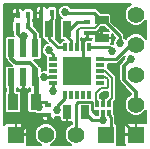
<source format=gtl>
G04 (created by PCBNEW (2013-may-18)-stable) date Wed 11 Feb 2015 08:06:24 PM EST*
%MOIN*%
G04 Gerber Fmt 3.4, Leading zero omitted, Abs format*
%FSLAX34Y34*%
G01*
G70*
G90*
G04 APERTURE LIST*
%ADD10C,0.00590551*%
%ADD11R,0.035X0.055*%
%ADD12R,0.045X0.025*%
%ADD13R,0.0236X0.0157*%
%ADD14R,0.0157X0.0236*%
%ADD15R,0.055X0.055*%
%ADD16C,0.055*%
%ADD17R,0.0275591X0.0551181*%
%ADD18R,0.011811X0.0275591*%
%ADD19R,0.0275591X0.011811*%
%ADD20R,0.0944882X0.0944882*%
%ADD21R,0.023622X0.0590551*%
%ADD22R,0.011811X0.019685*%
%ADD23R,0.025X0.045*%
%ADD24C,0.027*%
%ADD25C,0.009*%
%ADD26C,0.01*%
%ADD27C,0.012*%
%ADD28C,0.016*%
%ADD29C,0.008*%
%ADD30C,0.007*%
%ADD31C,0.006*%
G04 APERTURE END LIST*
G54D10*
G54D11*
X74414Y-63220D03*
X73664Y-63220D03*
G54D12*
X76614Y-60499D03*
X76614Y-61099D03*
G54D13*
X76125Y-60928D03*
X76125Y-60574D03*
G54D14*
X74610Y-60259D03*
X74964Y-60259D03*
X73815Y-60704D03*
X74169Y-60704D03*
X74169Y-60322D03*
X73815Y-60322D03*
G54D13*
X74842Y-63315D03*
X74842Y-63669D03*
G54D15*
X77759Y-64311D03*
G54D16*
X77759Y-63311D03*
X77759Y-62311D03*
X77759Y-61311D03*
X77759Y-60311D03*
G54D15*
X76759Y-64311D03*
G54D16*
X75759Y-64311D03*
G54D15*
X73759Y-64311D03*
G54D16*
X74759Y-64311D03*
G54D17*
X75464Y-60791D03*
X74874Y-60791D03*
G54D18*
X75397Y-61405D03*
X75594Y-61405D03*
X75988Y-61405D03*
X75791Y-61405D03*
X76185Y-61405D03*
X76185Y-62980D03*
X75791Y-62980D03*
X75988Y-62980D03*
X75594Y-62980D03*
X75397Y-62980D03*
G54D19*
X76578Y-61799D03*
X76578Y-61996D03*
X76578Y-62389D03*
X76578Y-62192D03*
X76578Y-62586D03*
X75003Y-62586D03*
X75003Y-62192D03*
X75003Y-62389D03*
X75003Y-61996D03*
X75003Y-61799D03*
G54D20*
X75791Y-62192D03*
G54D21*
X73610Y-61425D03*
X74003Y-61425D03*
X74397Y-61425D03*
X74397Y-62409D03*
X74003Y-62409D03*
X73610Y-62409D03*
G54D22*
X76866Y-63576D03*
X76669Y-63576D03*
X76472Y-63576D03*
X76472Y-63281D03*
X76669Y-63281D03*
X76866Y-63281D03*
G54D23*
X76063Y-63555D03*
X75463Y-63555D03*
G54D24*
X76976Y-61523D03*
X74519Y-63401D03*
X74858Y-61500D03*
X75086Y-63944D03*
X77267Y-63000D03*
X77023Y-62110D03*
X73547Y-60929D03*
X74039Y-62854D03*
X74602Y-61913D03*
X76673Y-63039D03*
X75838Y-62358D03*
X73610Y-60377D03*
X74472Y-60574D03*
X76665Y-63834D03*
X75133Y-63496D03*
X75007Y-62866D03*
X74712Y-62401D03*
X75409Y-60220D03*
X74039Y-61015D03*
X77224Y-61263D03*
X77606Y-61799D03*
G54D25*
X76578Y-61799D02*
X77086Y-61799D01*
X77574Y-61311D02*
X77759Y-61311D01*
X77086Y-61799D02*
X77574Y-61311D01*
X76858Y-61405D02*
X76976Y-61523D01*
X76185Y-61405D02*
X76858Y-61405D01*
X74414Y-63296D02*
X74414Y-63220D01*
X74519Y-63401D02*
X74414Y-63296D01*
G54D26*
X74414Y-63220D02*
X74747Y-63220D01*
X74747Y-63220D02*
X74842Y-63315D01*
G54D27*
X74397Y-62409D02*
X74397Y-62078D01*
X73610Y-61779D02*
X73610Y-61425D01*
X73748Y-61917D02*
X73610Y-61779D01*
X74236Y-61917D02*
X73748Y-61917D01*
X74397Y-62078D02*
X74236Y-61917D01*
G54D28*
X74414Y-63220D02*
X74414Y-62426D01*
X74414Y-62426D02*
X74397Y-62409D01*
G54D25*
X75003Y-61645D02*
X74858Y-61500D01*
X75003Y-61799D02*
X75003Y-61645D01*
X74842Y-63669D02*
X74842Y-63700D01*
X74842Y-63700D02*
X75086Y-63944D01*
X77759Y-64303D02*
X77267Y-63811D01*
X77267Y-63811D02*
X77267Y-63000D01*
X77759Y-64311D02*
X77759Y-64303D01*
X73610Y-60377D02*
X73610Y-60866D01*
X73610Y-60866D02*
X73547Y-60929D01*
X74039Y-62854D02*
X74039Y-63748D01*
X74003Y-62818D02*
X74039Y-62854D01*
X74003Y-62409D02*
X74003Y-62818D01*
X74039Y-63748D02*
X74003Y-63783D01*
G54D26*
X76669Y-63043D02*
X76673Y-63039D01*
X76669Y-63281D02*
X76669Y-63043D01*
X75791Y-62311D02*
X75791Y-62192D01*
X75838Y-62358D02*
X75791Y-62311D01*
G54D27*
X76125Y-60928D02*
X76443Y-60928D01*
X76443Y-60928D02*
X76614Y-61099D01*
X74610Y-60259D02*
X74610Y-60436D01*
X73665Y-60322D02*
X73610Y-60377D01*
X73665Y-60322D02*
X73815Y-60322D01*
X74610Y-60436D02*
X74472Y-60574D01*
X74842Y-63669D02*
X74118Y-63669D01*
X74118Y-63669D02*
X74003Y-63783D01*
G54D28*
X74003Y-63783D02*
X74003Y-64066D01*
X74003Y-64066D02*
X73759Y-64311D01*
G54D25*
X75988Y-61405D02*
X75988Y-61996D01*
X75988Y-61996D02*
X75791Y-62192D01*
X75988Y-61405D02*
X75988Y-61181D01*
X76125Y-61043D02*
X76125Y-60928D01*
X75988Y-61181D02*
X76125Y-61043D01*
G54D26*
X75464Y-60791D02*
X75578Y-60791D01*
X75795Y-60574D02*
X76125Y-60574D01*
X75578Y-60791D02*
X75795Y-60574D01*
X75594Y-61405D02*
X75594Y-61173D01*
X75464Y-61043D02*
X75464Y-60791D01*
X75594Y-61173D02*
X75464Y-61043D01*
X76866Y-63576D02*
X76866Y-63669D01*
X76917Y-64153D02*
X76759Y-64311D01*
X76917Y-63720D02*
X76917Y-64153D01*
X76866Y-63669D02*
X76917Y-63720D01*
G54D25*
X76063Y-63555D02*
X76063Y-63591D01*
X76307Y-63834D02*
X76665Y-63834D01*
X76063Y-63591D02*
X76307Y-63834D01*
X76669Y-63576D02*
X76669Y-63830D01*
X76669Y-63830D02*
X76665Y-63834D01*
X75397Y-62980D02*
X75397Y-63102D01*
X75133Y-63366D02*
X75133Y-63496D01*
X75397Y-63102D02*
X75133Y-63366D01*
X75003Y-62586D02*
X75003Y-62862D01*
X75003Y-62862D02*
X75007Y-62866D01*
X75003Y-62389D02*
X74724Y-62389D01*
X74724Y-62389D02*
X74712Y-62401D01*
G54D27*
X74169Y-60704D02*
X74169Y-60732D01*
X74397Y-60960D02*
X74397Y-61425D01*
X74169Y-60732D02*
X74397Y-60960D01*
G54D26*
X74169Y-60322D02*
X74169Y-60704D01*
G54D29*
X76866Y-63281D02*
X76866Y-63188D01*
X76741Y-62192D02*
X76578Y-62192D01*
X76962Y-62414D02*
X76741Y-62192D01*
X76962Y-63092D02*
X76962Y-62414D01*
X76866Y-63188D02*
X76962Y-63092D01*
G54D25*
X76472Y-63576D02*
X76399Y-63576D01*
X75759Y-63287D02*
X75759Y-64311D01*
X75822Y-63224D02*
X75759Y-63287D01*
X76283Y-63224D02*
X75822Y-63224D01*
X76307Y-63248D02*
X76283Y-63224D01*
X76307Y-63484D02*
X76307Y-63248D01*
X76399Y-63576D02*
X76307Y-63484D01*
G54D26*
X74874Y-60791D02*
X74874Y-61110D01*
X75169Y-61405D02*
X75397Y-61405D01*
X74874Y-61110D02*
X75169Y-61405D01*
X74874Y-60791D02*
X74874Y-60543D01*
X74964Y-60452D02*
X74964Y-60259D01*
X74874Y-60543D02*
X74964Y-60452D01*
G54D28*
X73664Y-63220D02*
X73664Y-62991D01*
X73610Y-62937D02*
X73610Y-62409D01*
X73664Y-62991D02*
X73610Y-62937D01*
G54D29*
X76472Y-63281D02*
X76472Y-63185D01*
X76740Y-62389D02*
X76578Y-62389D01*
X76822Y-62472D02*
X76740Y-62389D01*
X76822Y-62740D02*
X76822Y-62472D01*
X76799Y-62763D02*
X76822Y-62740D01*
X76606Y-62763D02*
X76799Y-62763D01*
X76433Y-62937D02*
X76606Y-62763D01*
X76433Y-63145D02*
X76433Y-62937D01*
X76472Y-63185D02*
X76433Y-63145D01*
G54D26*
X74003Y-61425D02*
X74003Y-61051D01*
X76359Y-60244D02*
X76614Y-60499D01*
X75433Y-60244D02*
X76359Y-60244D01*
X75409Y-60220D02*
X75433Y-60244D01*
X74003Y-61051D02*
X74039Y-61015D01*
G54D25*
X76614Y-60499D02*
X76688Y-60499D01*
X76688Y-60499D02*
X77224Y-61035D01*
X77224Y-61035D02*
X77224Y-61263D01*
G54D27*
X77606Y-61799D02*
X77598Y-61799D01*
X77598Y-61799D02*
X77362Y-62035D01*
X77362Y-62035D02*
X77362Y-62480D01*
X77362Y-62480D02*
X77759Y-62877D01*
X77759Y-62877D02*
X77759Y-63311D01*
G54D25*
X75791Y-61405D02*
X75791Y-60850D01*
G54D30*
X75791Y-60850D02*
X75889Y-60751D01*
X75889Y-60751D02*
X76393Y-60751D01*
X76393Y-60751D02*
X76614Y-60531D01*
X76614Y-60531D02*
X76614Y-60499D01*
G54D27*
X74003Y-61425D02*
X74003Y-61137D01*
X73815Y-60948D02*
X73815Y-60704D01*
X74003Y-61137D02*
X73815Y-60948D01*
G54D10*
G36*
X75809Y-62202D02*
X75801Y-62202D01*
X75801Y-62210D01*
X75781Y-62210D01*
X75781Y-62202D01*
X75773Y-62202D01*
X75773Y-62182D01*
X75781Y-62182D01*
X75781Y-62175D01*
X75801Y-62175D01*
X75801Y-62182D01*
X75809Y-62182D01*
X75809Y-62202D01*
X75809Y-62202D01*
G37*
G54D31*
X75809Y-62202D02*
X75801Y-62202D01*
X75801Y-62210D01*
X75781Y-62210D01*
X75781Y-62202D01*
X75773Y-62202D01*
X75773Y-62182D01*
X75781Y-62182D01*
X75781Y-62175D01*
X75801Y-62175D01*
X75801Y-62182D01*
X75809Y-62182D01*
X75809Y-62202D01*
G54D10*
G36*
X76306Y-61109D02*
X76279Y-61136D01*
X76279Y-61174D01*
X76264Y-61167D01*
X76224Y-61167D01*
X76106Y-61167D01*
X76099Y-61170D01*
X76069Y-61157D01*
X76025Y-61157D01*
X75998Y-61185D01*
X75998Y-61395D01*
X76006Y-61395D01*
X76006Y-61415D01*
X75998Y-61415D01*
X75998Y-61423D01*
X75978Y-61423D01*
X75978Y-61415D01*
X75970Y-61415D01*
X75970Y-61395D01*
X75978Y-61395D01*
X75978Y-61185D01*
X75950Y-61157D01*
X75936Y-61157D01*
X75936Y-61091D01*
X75945Y-61100D01*
X75986Y-61117D01*
X76029Y-61117D01*
X76088Y-61117D01*
X76115Y-61089D01*
X76115Y-60938D01*
X76108Y-60938D01*
X76108Y-60918D01*
X76115Y-60918D01*
X76115Y-60911D01*
X76135Y-60911D01*
X76135Y-60918D01*
X76143Y-60918D01*
X76143Y-60938D01*
X76135Y-60938D01*
X76135Y-61089D01*
X76163Y-61117D01*
X76222Y-61117D01*
X76265Y-61117D01*
X76285Y-61109D01*
X76306Y-61109D01*
X76306Y-61109D01*
G37*
G54D31*
X76306Y-61109D02*
X76279Y-61136D01*
X76279Y-61174D01*
X76264Y-61167D01*
X76224Y-61167D01*
X76106Y-61167D01*
X76099Y-61170D01*
X76069Y-61157D01*
X76025Y-61157D01*
X75998Y-61185D01*
X75998Y-61395D01*
X76006Y-61395D01*
X76006Y-61415D01*
X75998Y-61415D01*
X75998Y-61423D01*
X75978Y-61423D01*
X75978Y-61415D01*
X75970Y-61415D01*
X75970Y-61395D01*
X75978Y-61395D01*
X75978Y-61185D01*
X75950Y-61157D01*
X75936Y-61157D01*
X75936Y-61091D01*
X75945Y-61100D01*
X75986Y-61117D01*
X76029Y-61117D01*
X76088Y-61117D01*
X76115Y-61089D01*
X76115Y-60938D01*
X76108Y-60938D01*
X76108Y-60918D01*
X76115Y-60918D01*
X76115Y-60911D01*
X76135Y-60911D01*
X76135Y-60918D01*
X76143Y-60918D01*
X76143Y-60938D01*
X76135Y-60938D01*
X76135Y-61089D01*
X76163Y-61117D01*
X76222Y-61117D01*
X76265Y-61117D01*
X76285Y-61109D01*
X76306Y-61109D01*
G54D10*
G36*
X76822Y-63034D02*
X76774Y-63082D01*
X76750Y-63073D01*
X76706Y-63073D01*
X76706Y-63073D01*
X76679Y-63100D01*
X76679Y-63271D01*
X76687Y-63271D01*
X76687Y-63291D01*
X76679Y-63291D01*
X76679Y-63299D01*
X76659Y-63299D01*
X76659Y-63291D01*
X76651Y-63291D01*
X76651Y-63271D01*
X76659Y-63271D01*
X76659Y-63100D01*
X76631Y-63073D01*
X76632Y-63073D01*
X76588Y-63073D01*
X76573Y-63079D01*
X76573Y-62994D01*
X76664Y-62903D01*
X76799Y-62903D01*
X76822Y-62899D01*
X76822Y-63034D01*
X76822Y-63034D01*
G37*
G54D31*
X76822Y-63034D02*
X76774Y-63082D01*
X76750Y-63073D01*
X76706Y-63073D01*
X76706Y-63073D01*
X76679Y-63100D01*
X76679Y-63271D01*
X76687Y-63271D01*
X76687Y-63291D01*
X76679Y-63291D01*
X76679Y-63299D01*
X76659Y-63299D01*
X76659Y-63291D01*
X76651Y-63291D01*
X76651Y-63271D01*
X76659Y-63271D01*
X76659Y-63100D01*
X76631Y-63073D01*
X76632Y-63073D01*
X76588Y-63073D01*
X76573Y-63079D01*
X76573Y-62994D01*
X76664Y-62903D01*
X76799Y-62903D01*
X76822Y-62899D01*
X76822Y-63034D01*
G54D10*
G36*
X77069Y-61085D02*
X77025Y-61130D01*
X76989Y-61216D01*
X76989Y-61288D01*
X76939Y-61288D01*
X76939Y-61288D01*
X76933Y-61284D01*
X76949Y-61245D01*
X76949Y-61136D01*
X76921Y-61109D01*
X76624Y-61109D01*
X76624Y-61117D01*
X76604Y-61117D01*
X76604Y-61109D01*
X76596Y-61109D01*
X76596Y-61089D01*
X76604Y-61089D01*
X76604Y-60891D01*
X76576Y-60864D01*
X76464Y-60864D01*
X76489Y-60847D01*
X76612Y-60724D01*
X76708Y-60724D01*
X76848Y-60864D01*
X76817Y-60864D01*
X76651Y-60864D01*
X76624Y-60891D01*
X76624Y-61089D01*
X76921Y-61089D01*
X76949Y-61061D01*
X76949Y-60965D01*
X77069Y-61085D01*
X77069Y-61085D01*
G37*
G54D31*
X77069Y-61085D02*
X77025Y-61130D01*
X76989Y-61216D01*
X76989Y-61288D01*
X76939Y-61288D01*
X76939Y-61288D01*
X76933Y-61284D01*
X76949Y-61245D01*
X76949Y-61136D01*
X76921Y-61109D01*
X76624Y-61109D01*
X76624Y-61117D01*
X76604Y-61117D01*
X76604Y-61109D01*
X76596Y-61109D01*
X76596Y-61089D01*
X76604Y-61089D01*
X76604Y-60891D01*
X76576Y-60864D01*
X76464Y-60864D01*
X76489Y-60847D01*
X76612Y-60724D01*
X76708Y-60724D01*
X76848Y-60864D01*
X76817Y-60864D01*
X76651Y-60864D01*
X76624Y-60891D01*
X76624Y-61089D01*
X76921Y-61089D01*
X76949Y-61061D01*
X76949Y-60965D01*
X77069Y-61085D01*
G54D10*
G36*
X78089Y-61125D02*
X78077Y-61098D01*
X77972Y-60993D01*
X77834Y-60936D01*
X77685Y-60935D01*
X77547Y-60992D01*
X77442Y-61098D01*
X77426Y-61136D01*
X77423Y-61130D01*
X77369Y-61076D01*
X77369Y-61035D01*
X77369Y-61035D01*
X77358Y-60979D01*
X77358Y-60979D01*
X77347Y-60964D01*
X77326Y-60932D01*
X77326Y-60932D01*
X76939Y-60545D01*
X76939Y-60354D01*
X76923Y-60317D01*
X76895Y-60289D01*
X76859Y-60274D01*
X76819Y-60274D01*
X76601Y-60274D01*
X76465Y-60138D01*
X76416Y-60105D01*
X76359Y-60094D01*
X75611Y-60094D01*
X75608Y-60087D01*
X75542Y-60021D01*
X75456Y-59985D01*
X75362Y-59985D01*
X75276Y-60021D01*
X75210Y-60087D01*
X75174Y-60173D01*
X75174Y-60267D01*
X75210Y-60353D01*
X75276Y-60419D01*
X75286Y-60424D01*
X75270Y-60430D01*
X75242Y-60459D01*
X75226Y-60495D01*
X75226Y-60535D01*
X75226Y-61086D01*
X75241Y-61123D01*
X75270Y-61151D01*
X75306Y-61166D01*
X75346Y-61166D01*
X75376Y-61166D01*
X75376Y-61167D01*
X75318Y-61167D01*
X75282Y-61182D01*
X75253Y-61210D01*
X75238Y-61247D01*
X75238Y-61255D01*
X75231Y-61255D01*
X75097Y-61121D01*
X75111Y-61086D01*
X75111Y-61047D01*
X75111Y-60495D01*
X75107Y-60486D01*
X75114Y-60452D01*
X75114Y-60447D01*
X75127Y-60434D01*
X75142Y-60397D01*
X75142Y-60358D01*
X75142Y-60122D01*
X75127Y-60085D01*
X75099Y-60057D01*
X75062Y-60041D01*
X75023Y-60041D01*
X74866Y-60041D01*
X74829Y-60057D01*
X74801Y-60085D01*
X74792Y-60105D01*
X74782Y-60079D01*
X74751Y-60048D01*
X74710Y-60031D01*
X74647Y-60031D01*
X74620Y-60059D01*
X74620Y-60249D01*
X74628Y-60249D01*
X74628Y-60269D01*
X74620Y-60269D01*
X74620Y-60460D01*
X74641Y-60481D01*
X74636Y-60495D01*
X74636Y-60535D01*
X74636Y-61086D01*
X74651Y-61123D01*
X74679Y-61151D01*
X74716Y-61166D01*
X74735Y-61166D01*
X74735Y-61166D01*
X74735Y-61167D01*
X74767Y-61216D01*
X74816Y-61264D01*
X74811Y-61264D01*
X74725Y-61300D01*
X74659Y-61366D01*
X74623Y-61453D01*
X74623Y-61546D01*
X74658Y-61632D01*
X74724Y-61699D01*
X74767Y-61716D01*
X74766Y-61720D01*
X74766Y-61759D01*
X74766Y-61878D01*
X74774Y-61897D01*
X74766Y-61917D01*
X74766Y-61956D01*
X74766Y-62074D01*
X74774Y-62094D01*
X74766Y-62113D01*
X74766Y-62153D01*
X74766Y-62169D01*
X74759Y-62166D01*
X74666Y-62166D01*
X74615Y-62187D01*
X74615Y-62094D01*
X74600Y-62057D01*
X74572Y-62029D01*
X74545Y-62018D01*
X74545Y-62017D01*
X74510Y-61965D01*
X74510Y-61965D01*
X74365Y-61820D01*
X74535Y-61820D01*
X74572Y-61805D01*
X74600Y-61777D01*
X74615Y-61740D01*
X74615Y-61700D01*
X74615Y-61110D01*
X74600Y-61073D01*
X74600Y-61073D01*
X74600Y-60460D01*
X74600Y-60269D01*
X74600Y-60249D01*
X74600Y-60059D01*
X74572Y-60031D01*
X74510Y-60031D01*
X74469Y-60048D01*
X74438Y-60079D01*
X74421Y-60119D01*
X74421Y-60163D01*
X74421Y-60222D01*
X74449Y-60249D01*
X74600Y-60249D01*
X74600Y-60269D01*
X74449Y-60269D01*
X74421Y-60297D01*
X74421Y-60356D01*
X74421Y-60399D01*
X74438Y-60440D01*
X74469Y-60471D01*
X74510Y-60487D01*
X74572Y-60487D01*
X74600Y-60460D01*
X74600Y-61073D01*
X74572Y-61045D01*
X74557Y-61039D01*
X74557Y-60960D01*
X74557Y-60960D01*
X74545Y-60899D01*
X74510Y-60847D01*
X74510Y-60847D01*
X74347Y-60684D01*
X74347Y-60566D01*
X74332Y-60530D01*
X74319Y-60516D01*
X74319Y-60510D01*
X74332Y-60497D01*
X74347Y-60460D01*
X74347Y-60421D01*
X74347Y-60185D01*
X74332Y-60148D01*
X74304Y-60120D01*
X74267Y-60104D01*
X74227Y-60104D01*
X74070Y-60104D01*
X74034Y-60120D01*
X74005Y-60148D01*
X73997Y-60168D01*
X73986Y-60142D01*
X73955Y-60111D01*
X73915Y-60094D01*
X73852Y-60094D01*
X73825Y-60122D01*
X73825Y-60312D01*
X73833Y-60312D01*
X73833Y-60332D01*
X73825Y-60332D01*
X73825Y-60340D01*
X73805Y-60340D01*
X73805Y-60332D01*
X73805Y-60312D01*
X73805Y-60122D01*
X73777Y-60094D01*
X73714Y-60094D01*
X73674Y-60111D01*
X73643Y-60142D01*
X73626Y-60182D01*
X73626Y-60226D01*
X73626Y-60285D01*
X73654Y-60312D01*
X73805Y-60312D01*
X73805Y-60332D01*
X73654Y-60332D01*
X73626Y-60360D01*
X73626Y-60419D01*
X73626Y-60462D01*
X73643Y-60503D01*
X73661Y-60520D01*
X73651Y-60530D01*
X73636Y-60566D01*
X73636Y-60606D01*
X73636Y-60842D01*
X73651Y-60879D01*
X73655Y-60882D01*
X73655Y-60948D01*
X73667Y-61010D01*
X73680Y-61029D01*
X73472Y-61029D01*
X73435Y-61045D01*
X73407Y-61073D01*
X73392Y-61109D01*
X73392Y-61149D01*
X73392Y-61740D01*
X73407Y-61777D01*
X73435Y-61805D01*
X73457Y-61814D01*
X73462Y-61840D01*
X73497Y-61892D01*
X73618Y-62014D01*
X73472Y-62014D01*
X73435Y-62029D01*
X73407Y-62057D01*
X73392Y-62094D01*
X73392Y-62133D01*
X73392Y-62724D01*
X73407Y-62761D01*
X73430Y-62784D01*
X73430Y-62863D01*
X73404Y-62888D01*
X73389Y-62925D01*
X73389Y-62965D01*
X73389Y-63515D01*
X73404Y-63552D01*
X73432Y-63580D01*
X73469Y-63595D01*
X73509Y-63595D01*
X73859Y-63595D01*
X73895Y-63580D01*
X73924Y-63552D01*
X73939Y-63515D01*
X73939Y-63475D01*
X73939Y-62925D01*
X73924Y-62888D01*
X73896Y-62860D01*
X73859Y-62845D01*
X73819Y-62845D01*
X73790Y-62845D01*
X73790Y-62784D01*
X73800Y-62774D01*
X73823Y-62798D01*
X73864Y-62814D01*
X73966Y-62814D01*
X73993Y-62787D01*
X73993Y-62419D01*
X73986Y-62419D01*
X73986Y-62399D01*
X73993Y-62399D01*
X73993Y-62391D01*
X74013Y-62391D01*
X74013Y-62399D01*
X74021Y-62399D01*
X74021Y-62419D01*
X74013Y-62419D01*
X74013Y-62787D01*
X74041Y-62814D01*
X74143Y-62814D01*
X74184Y-62798D01*
X74207Y-62774D01*
X74222Y-62789D01*
X74234Y-62794D01*
X74234Y-62845D01*
X74219Y-62845D01*
X74182Y-62860D01*
X74154Y-62888D01*
X74139Y-62925D01*
X74139Y-62965D01*
X74139Y-63515D01*
X74154Y-63552D01*
X74182Y-63580D01*
X74219Y-63595D01*
X74259Y-63595D01*
X74381Y-63595D01*
X74386Y-63600D01*
X74472Y-63636D01*
X74566Y-63636D01*
X74614Y-63616D01*
X74614Y-63631D01*
X74642Y-63659D01*
X74832Y-63659D01*
X74832Y-63651D01*
X74852Y-63651D01*
X74852Y-63659D01*
X74860Y-63659D01*
X74860Y-63679D01*
X74852Y-63679D01*
X74852Y-63830D01*
X74880Y-63857D01*
X74938Y-63857D01*
X74982Y-63857D01*
X75022Y-63840D01*
X75053Y-63809D01*
X75070Y-63769D01*
X75070Y-63724D01*
X75086Y-63731D01*
X75180Y-63731D01*
X75228Y-63711D01*
X75228Y-63758D01*
X75228Y-63802D01*
X75245Y-63842D01*
X75276Y-63873D01*
X75316Y-63890D01*
X75426Y-63890D01*
X75453Y-63862D01*
X75453Y-63565D01*
X75445Y-63565D01*
X75445Y-63545D01*
X75453Y-63545D01*
X75453Y-63537D01*
X75473Y-63537D01*
X75473Y-63545D01*
X75481Y-63545D01*
X75481Y-63565D01*
X75473Y-63565D01*
X75473Y-63862D01*
X75501Y-63890D01*
X75610Y-63890D01*
X75614Y-63888D01*
X75614Y-63965D01*
X75547Y-63992D01*
X75442Y-64098D01*
X75384Y-64236D01*
X75384Y-64385D01*
X75441Y-64523D01*
X75547Y-64628D01*
X75584Y-64644D01*
X74935Y-64644D01*
X74971Y-64629D01*
X75077Y-64523D01*
X75134Y-64385D01*
X75134Y-64236D01*
X75077Y-64098D01*
X74972Y-63993D01*
X74834Y-63936D01*
X74832Y-63936D01*
X74832Y-63830D01*
X74832Y-63679D01*
X74642Y-63679D01*
X74614Y-63706D01*
X74614Y-63769D01*
X74631Y-63809D01*
X74662Y-63840D01*
X74702Y-63857D01*
X74746Y-63857D01*
X74805Y-63857D01*
X74832Y-63830D01*
X74832Y-63936D01*
X74685Y-63935D01*
X74547Y-63992D01*
X74442Y-64098D01*
X74384Y-64236D01*
X74384Y-64385D01*
X74441Y-64523D01*
X74547Y-64628D01*
X74584Y-64644D01*
X74129Y-64644D01*
X74144Y-64608D01*
X74144Y-64564D01*
X74144Y-64057D01*
X74144Y-64014D01*
X74128Y-63973D01*
X74097Y-63942D01*
X74056Y-63926D01*
X73797Y-63926D01*
X73769Y-63953D01*
X73769Y-64301D01*
X74117Y-64301D01*
X74144Y-64273D01*
X74144Y-64057D01*
X74144Y-64564D01*
X74144Y-64348D01*
X74117Y-64321D01*
X73769Y-64321D01*
X73769Y-64328D01*
X73749Y-64328D01*
X73749Y-64321D01*
X73741Y-64321D01*
X73741Y-64301D01*
X73749Y-64301D01*
X73749Y-63953D01*
X73722Y-63926D01*
X73463Y-63926D01*
X73422Y-63942D01*
X73391Y-63973D01*
X73379Y-64002D01*
X73379Y-59970D01*
X77603Y-59970D01*
X77547Y-59992D01*
X77442Y-60098D01*
X77384Y-60236D01*
X77384Y-60385D01*
X77441Y-60523D01*
X77547Y-60628D01*
X77684Y-60685D01*
X77834Y-60686D01*
X77971Y-60629D01*
X78077Y-60523D01*
X78089Y-60496D01*
X78089Y-61125D01*
X78089Y-61125D01*
G37*
G54D31*
X78089Y-61125D02*
X78077Y-61098D01*
X77972Y-60993D01*
X77834Y-60936D01*
X77685Y-60935D01*
X77547Y-60992D01*
X77442Y-61098D01*
X77426Y-61136D01*
X77423Y-61130D01*
X77369Y-61076D01*
X77369Y-61035D01*
X77369Y-61035D01*
X77358Y-60979D01*
X77358Y-60979D01*
X77347Y-60964D01*
X77326Y-60932D01*
X77326Y-60932D01*
X76939Y-60545D01*
X76939Y-60354D01*
X76923Y-60317D01*
X76895Y-60289D01*
X76859Y-60274D01*
X76819Y-60274D01*
X76601Y-60274D01*
X76465Y-60138D01*
X76416Y-60105D01*
X76359Y-60094D01*
X75611Y-60094D01*
X75608Y-60087D01*
X75542Y-60021D01*
X75456Y-59985D01*
X75362Y-59985D01*
X75276Y-60021D01*
X75210Y-60087D01*
X75174Y-60173D01*
X75174Y-60267D01*
X75210Y-60353D01*
X75276Y-60419D01*
X75286Y-60424D01*
X75270Y-60430D01*
X75242Y-60459D01*
X75226Y-60495D01*
X75226Y-60535D01*
X75226Y-61086D01*
X75241Y-61123D01*
X75270Y-61151D01*
X75306Y-61166D01*
X75346Y-61166D01*
X75376Y-61166D01*
X75376Y-61167D01*
X75318Y-61167D01*
X75282Y-61182D01*
X75253Y-61210D01*
X75238Y-61247D01*
X75238Y-61255D01*
X75231Y-61255D01*
X75097Y-61121D01*
X75111Y-61086D01*
X75111Y-61047D01*
X75111Y-60495D01*
X75107Y-60486D01*
X75114Y-60452D01*
X75114Y-60447D01*
X75127Y-60434D01*
X75142Y-60397D01*
X75142Y-60358D01*
X75142Y-60122D01*
X75127Y-60085D01*
X75099Y-60057D01*
X75062Y-60041D01*
X75023Y-60041D01*
X74866Y-60041D01*
X74829Y-60057D01*
X74801Y-60085D01*
X74792Y-60105D01*
X74782Y-60079D01*
X74751Y-60048D01*
X74710Y-60031D01*
X74647Y-60031D01*
X74620Y-60059D01*
X74620Y-60249D01*
X74628Y-60249D01*
X74628Y-60269D01*
X74620Y-60269D01*
X74620Y-60460D01*
X74641Y-60481D01*
X74636Y-60495D01*
X74636Y-60535D01*
X74636Y-61086D01*
X74651Y-61123D01*
X74679Y-61151D01*
X74716Y-61166D01*
X74735Y-61166D01*
X74735Y-61166D01*
X74735Y-61167D01*
X74767Y-61216D01*
X74816Y-61264D01*
X74811Y-61264D01*
X74725Y-61300D01*
X74659Y-61366D01*
X74623Y-61453D01*
X74623Y-61546D01*
X74658Y-61632D01*
X74724Y-61699D01*
X74767Y-61716D01*
X74766Y-61720D01*
X74766Y-61759D01*
X74766Y-61878D01*
X74774Y-61897D01*
X74766Y-61917D01*
X74766Y-61956D01*
X74766Y-62074D01*
X74774Y-62094D01*
X74766Y-62113D01*
X74766Y-62153D01*
X74766Y-62169D01*
X74759Y-62166D01*
X74666Y-62166D01*
X74615Y-62187D01*
X74615Y-62094D01*
X74600Y-62057D01*
X74572Y-62029D01*
X74545Y-62018D01*
X74545Y-62017D01*
X74510Y-61965D01*
X74510Y-61965D01*
X74365Y-61820D01*
X74535Y-61820D01*
X74572Y-61805D01*
X74600Y-61777D01*
X74615Y-61740D01*
X74615Y-61700D01*
X74615Y-61110D01*
X74600Y-61073D01*
X74600Y-61073D01*
X74600Y-60460D01*
X74600Y-60269D01*
X74600Y-60249D01*
X74600Y-60059D01*
X74572Y-60031D01*
X74510Y-60031D01*
X74469Y-60048D01*
X74438Y-60079D01*
X74421Y-60119D01*
X74421Y-60163D01*
X74421Y-60222D01*
X74449Y-60249D01*
X74600Y-60249D01*
X74600Y-60269D01*
X74449Y-60269D01*
X74421Y-60297D01*
X74421Y-60356D01*
X74421Y-60399D01*
X74438Y-60440D01*
X74469Y-60471D01*
X74510Y-60487D01*
X74572Y-60487D01*
X74600Y-60460D01*
X74600Y-61073D01*
X74572Y-61045D01*
X74557Y-61039D01*
X74557Y-60960D01*
X74557Y-60960D01*
X74545Y-60899D01*
X74510Y-60847D01*
X74510Y-60847D01*
X74347Y-60684D01*
X74347Y-60566D01*
X74332Y-60530D01*
X74319Y-60516D01*
X74319Y-60510D01*
X74332Y-60497D01*
X74347Y-60460D01*
X74347Y-60421D01*
X74347Y-60185D01*
X74332Y-60148D01*
X74304Y-60120D01*
X74267Y-60104D01*
X74227Y-60104D01*
X74070Y-60104D01*
X74034Y-60120D01*
X74005Y-60148D01*
X73997Y-60168D01*
X73986Y-60142D01*
X73955Y-60111D01*
X73915Y-60094D01*
X73852Y-60094D01*
X73825Y-60122D01*
X73825Y-60312D01*
X73833Y-60312D01*
X73833Y-60332D01*
X73825Y-60332D01*
X73825Y-60340D01*
X73805Y-60340D01*
X73805Y-60332D01*
X73805Y-60312D01*
X73805Y-60122D01*
X73777Y-60094D01*
X73714Y-60094D01*
X73674Y-60111D01*
X73643Y-60142D01*
X73626Y-60182D01*
X73626Y-60226D01*
X73626Y-60285D01*
X73654Y-60312D01*
X73805Y-60312D01*
X73805Y-60332D01*
X73654Y-60332D01*
X73626Y-60360D01*
X73626Y-60419D01*
X73626Y-60462D01*
X73643Y-60503D01*
X73661Y-60520D01*
X73651Y-60530D01*
X73636Y-60566D01*
X73636Y-60606D01*
X73636Y-60842D01*
X73651Y-60879D01*
X73655Y-60882D01*
X73655Y-60948D01*
X73667Y-61010D01*
X73680Y-61029D01*
X73472Y-61029D01*
X73435Y-61045D01*
X73407Y-61073D01*
X73392Y-61109D01*
X73392Y-61149D01*
X73392Y-61740D01*
X73407Y-61777D01*
X73435Y-61805D01*
X73457Y-61814D01*
X73462Y-61840D01*
X73497Y-61892D01*
X73618Y-62014D01*
X73472Y-62014D01*
X73435Y-62029D01*
X73407Y-62057D01*
X73392Y-62094D01*
X73392Y-62133D01*
X73392Y-62724D01*
X73407Y-62761D01*
X73430Y-62784D01*
X73430Y-62863D01*
X73404Y-62888D01*
X73389Y-62925D01*
X73389Y-62965D01*
X73389Y-63515D01*
X73404Y-63552D01*
X73432Y-63580D01*
X73469Y-63595D01*
X73509Y-63595D01*
X73859Y-63595D01*
X73895Y-63580D01*
X73924Y-63552D01*
X73939Y-63515D01*
X73939Y-63475D01*
X73939Y-62925D01*
X73924Y-62888D01*
X73896Y-62860D01*
X73859Y-62845D01*
X73819Y-62845D01*
X73790Y-62845D01*
X73790Y-62784D01*
X73800Y-62774D01*
X73823Y-62798D01*
X73864Y-62814D01*
X73966Y-62814D01*
X73993Y-62787D01*
X73993Y-62419D01*
X73986Y-62419D01*
X73986Y-62399D01*
X73993Y-62399D01*
X73993Y-62391D01*
X74013Y-62391D01*
X74013Y-62399D01*
X74021Y-62399D01*
X74021Y-62419D01*
X74013Y-62419D01*
X74013Y-62787D01*
X74041Y-62814D01*
X74143Y-62814D01*
X74184Y-62798D01*
X74207Y-62774D01*
X74222Y-62789D01*
X74234Y-62794D01*
X74234Y-62845D01*
X74219Y-62845D01*
X74182Y-62860D01*
X74154Y-62888D01*
X74139Y-62925D01*
X74139Y-62965D01*
X74139Y-63515D01*
X74154Y-63552D01*
X74182Y-63580D01*
X74219Y-63595D01*
X74259Y-63595D01*
X74381Y-63595D01*
X74386Y-63600D01*
X74472Y-63636D01*
X74566Y-63636D01*
X74614Y-63616D01*
X74614Y-63631D01*
X74642Y-63659D01*
X74832Y-63659D01*
X74832Y-63651D01*
X74852Y-63651D01*
X74852Y-63659D01*
X74860Y-63659D01*
X74860Y-63679D01*
X74852Y-63679D01*
X74852Y-63830D01*
X74880Y-63857D01*
X74938Y-63857D01*
X74982Y-63857D01*
X75022Y-63840D01*
X75053Y-63809D01*
X75070Y-63769D01*
X75070Y-63724D01*
X75086Y-63731D01*
X75180Y-63731D01*
X75228Y-63711D01*
X75228Y-63758D01*
X75228Y-63802D01*
X75245Y-63842D01*
X75276Y-63873D01*
X75316Y-63890D01*
X75426Y-63890D01*
X75453Y-63862D01*
X75453Y-63565D01*
X75445Y-63565D01*
X75445Y-63545D01*
X75453Y-63545D01*
X75453Y-63537D01*
X75473Y-63537D01*
X75473Y-63545D01*
X75481Y-63545D01*
X75481Y-63565D01*
X75473Y-63565D01*
X75473Y-63862D01*
X75501Y-63890D01*
X75610Y-63890D01*
X75614Y-63888D01*
X75614Y-63965D01*
X75547Y-63992D01*
X75442Y-64098D01*
X75384Y-64236D01*
X75384Y-64385D01*
X75441Y-64523D01*
X75547Y-64628D01*
X75584Y-64644D01*
X74935Y-64644D01*
X74971Y-64629D01*
X75077Y-64523D01*
X75134Y-64385D01*
X75134Y-64236D01*
X75077Y-64098D01*
X74972Y-63993D01*
X74834Y-63936D01*
X74832Y-63936D01*
X74832Y-63830D01*
X74832Y-63679D01*
X74642Y-63679D01*
X74614Y-63706D01*
X74614Y-63769D01*
X74631Y-63809D01*
X74662Y-63840D01*
X74702Y-63857D01*
X74746Y-63857D01*
X74805Y-63857D01*
X74832Y-63830D01*
X74832Y-63936D01*
X74685Y-63935D01*
X74547Y-63992D01*
X74442Y-64098D01*
X74384Y-64236D01*
X74384Y-64385D01*
X74441Y-64523D01*
X74547Y-64628D01*
X74584Y-64644D01*
X74129Y-64644D01*
X74144Y-64608D01*
X74144Y-64564D01*
X74144Y-64057D01*
X74144Y-64014D01*
X74128Y-63973D01*
X74097Y-63942D01*
X74056Y-63926D01*
X73797Y-63926D01*
X73769Y-63953D01*
X73769Y-64301D01*
X74117Y-64301D01*
X74144Y-64273D01*
X74144Y-64057D01*
X74144Y-64564D01*
X74144Y-64348D01*
X74117Y-64321D01*
X73769Y-64321D01*
X73769Y-64328D01*
X73749Y-64328D01*
X73749Y-64321D01*
X73741Y-64321D01*
X73741Y-64301D01*
X73749Y-64301D01*
X73749Y-63953D01*
X73722Y-63926D01*
X73463Y-63926D01*
X73422Y-63942D01*
X73391Y-63973D01*
X73379Y-64002D01*
X73379Y-59970D01*
X77603Y-59970D01*
X77547Y-59992D01*
X77442Y-60098D01*
X77384Y-60236D01*
X77384Y-60385D01*
X77441Y-60523D01*
X77547Y-60628D01*
X77684Y-60685D01*
X77834Y-60686D01*
X77971Y-60629D01*
X78077Y-60523D01*
X78089Y-60496D01*
X78089Y-61125D01*
G54D10*
G36*
X78089Y-63939D02*
X78056Y-63926D01*
X78013Y-63926D01*
X77797Y-63926D01*
X77769Y-63953D01*
X77769Y-64301D01*
X77777Y-64301D01*
X77777Y-64321D01*
X77769Y-64321D01*
X77769Y-64328D01*
X77749Y-64328D01*
X77749Y-64321D01*
X77749Y-64301D01*
X77749Y-63953D01*
X77722Y-63926D01*
X77506Y-63926D01*
X77462Y-63926D01*
X77422Y-63942D01*
X77391Y-63973D01*
X77374Y-64014D01*
X77374Y-64273D01*
X77402Y-64301D01*
X77749Y-64301D01*
X77749Y-64321D01*
X77402Y-64321D01*
X77374Y-64348D01*
X77374Y-64607D01*
X77389Y-64644D01*
X77118Y-64644D01*
X77119Y-64642D01*
X77134Y-64606D01*
X77134Y-64566D01*
X77134Y-64016D01*
X77119Y-63979D01*
X77091Y-63951D01*
X77067Y-63941D01*
X77067Y-63720D01*
X77067Y-63720D01*
X77067Y-63720D01*
X77065Y-63709D01*
X77055Y-63663D01*
X77055Y-63663D01*
X77025Y-63617D01*
X77025Y-63617D01*
X77025Y-63458D01*
X77013Y-63429D01*
X77025Y-63399D01*
X77025Y-63360D01*
X77025Y-63227D01*
X77061Y-63191D01*
X77061Y-63191D01*
X77082Y-63160D01*
X77092Y-63145D01*
X77092Y-63145D01*
X77102Y-63092D01*
X77102Y-63092D01*
X77102Y-62414D01*
X77092Y-62360D01*
X77092Y-62360D01*
X77082Y-62345D01*
X77061Y-62315D01*
X77061Y-62315D01*
X76840Y-62093D01*
X76815Y-62077D01*
X76816Y-62075D01*
X76816Y-62035D01*
X76816Y-61944D01*
X77086Y-61944D01*
X77086Y-61944D01*
X77132Y-61935D01*
X77142Y-61933D01*
X77142Y-61933D01*
X77189Y-61901D01*
X77394Y-61696D01*
X77371Y-61752D01*
X77371Y-61800D01*
X77249Y-61922D01*
X77214Y-61974D01*
X77202Y-62035D01*
X77202Y-62480D01*
X77214Y-62541D01*
X77249Y-62593D01*
X77599Y-62944D01*
X77599Y-62971D01*
X77547Y-62992D01*
X77442Y-63098D01*
X77384Y-63236D01*
X77384Y-63385D01*
X77441Y-63523D01*
X77547Y-63628D01*
X77684Y-63685D01*
X77834Y-63686D01*
X77971Y-63629D01*
X78077Y-63523D01*
X78089Y-63496D01*
X78089Y-63939D01*
X78089Y-63939D01*
G37*
G54D31*
X78089Y-63939D02*
X78056Y-63926D01*
X78013Y-63926D01*
X77797Y-63926D01*
X77769Y-63953D01*
X77769Y-64301D01*
X77777Y-64301D01*
X77777Y-64321D01*
X77769Y-64321D01*
X77769Y-64328D01*
X77749Y-64328D01*
X77749Y-64321D01*
X77749Y-64301D01*
X77749Y-63953D01*
X77722Y-63926D01*
X77506Y-63926D01*
X77462Y-63926D01*
X77422Y-63942D01*
X77391Y-63973D01*
X77374Y-64014D01*
X77374Y-64273D01*
X77402Y-64301D01*
X77749Y-64301D01*
X77749Y-64321D01*
X77402Y-64321D01*
X77374Y-64348D01*
X77374Y-64607D01*
X77389Y-64644D01*
X77118Y-64644D01*
X77119Y-64642D01*
X77134Y-64606D01*
X77134Y-64566D01*
X77134Y-64016D01*
X77119Y-63979D01*
X77091Y-63951D01*
X77067Y-63941D01*
X77067Y-63720D01*
X77067Y-63720D01*
X77067Y-63720D01*
X77065Y-63709D01*
X77055Y-63663D01*
X77055Y-63663D01*
X77025Y-63617D01*
X77025Y-63617D01*
X77025Y-63458D01*
X77013Y-63429D01*
X77025Y-63399D01*
X77025Y-63360D01*
X77025Y-63227D01*
X77061Y-63191D01*
X77061Y-63191D01*
X77082Y-63160D01*
X77092Y-63145D01*
X77092Y-63145D01*
X77102Y-63092D01*
X77102Y-63092D01*
X77102Y-62414D01*
X77092Y-62360D01*
X77092Y-62360D01*
X77082Y-62345D01*
X77061Y-62315D01*
X77061Y-62315D01*
X76840Y-62093D01*
X76815Y-62077D01*
X76816Y-62075D01*
X76816Y-62035D01*
X76816Y-61944D01*
X77086Y-61944D01*
X77086Y-61944D01*
X77132Y-61935D01*
X77142Y-61933D01*
X77142Y-61933D01*
X77189Y-61901D01*
X77394Y-61696D01*
X77371Y-61752D01*
X77371Y-61800D01*
X77249Y-61922D01*
X77214Y-61974D01*
X77202Y-62035D01*
X77202Y-62480D01*
X77214Y-62541D01*
X77249Y-62593D01*
X77599Y-62944D01*
X77599Y-62971D01*
X77547Y-62992D01*
X77442Y-63098D01*
X77384Y-63236D01*
X77384Y-63385D01*
X77441Y-63523D01*
X77547Y-63628D01*
X77684Y-63685D01*
X77834Y-63686D01*
X77971Y-63629D01*
X78077Y-63523D01*
X78089Y-63496D01*
X78089Y-63939D01*
M02*

</source>
